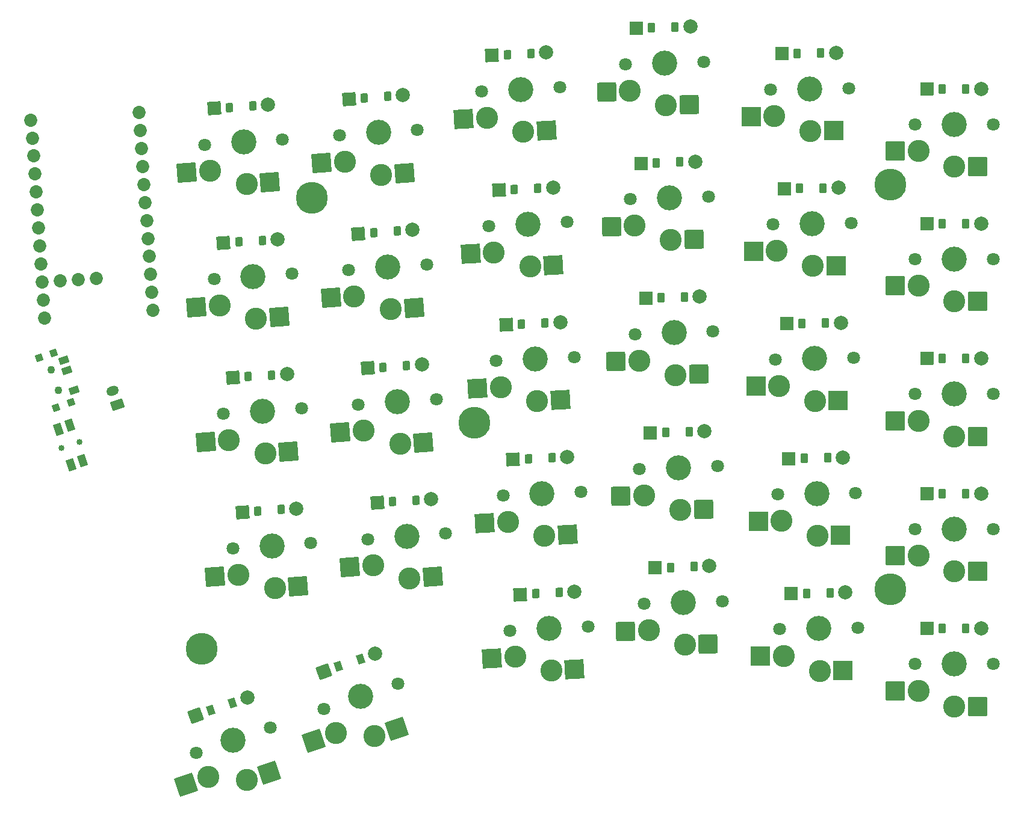
<source format=gbr>
%TF.GenerationSoftware,KiCad,Pcbnew,8.0.4*%
%TF.CreationDate,2024-08-23T21:58:39-04:00*%
%TF.ProjectId,right,72696768-742e-46b6-9963-61645f706362,v1.0.0*%
%TF.SameCoordinates,Original*%
%TF.FileFunction,Soldermask,Bot*%
%TF.FilePolarity,Negative*%
%FSLAX46Y46*%
G04 Gerber Fmt 4.6, Leading zero omitted, Abs format (unit mm)*
G04 Created by KiCad (PCBNEW 8.0.4) date 2024-08-23 21:58:39*
%MOMM*%
%LPD*%
G01*
G04 APERTURE LIST*
G04 Aperture macros list*
%AMRoundRect*
0 Rectangle with rounded corners*
0 $1 Rounding radius*
0 $2 $3 $4 $5 $6 $7 $8 $9 X,Y pos of 4 corners*
0 Add a 4 corners polygon primitive as box body*
4,1,4,$2,$3,$4,$5,$6,$7,$8,$9,$2,$3,0*
0 Add four circle primitives for the rounded corners*
1,1,$1+$1,$2,$3*
1,1,$1+$1,$4,$5*
1,1,$1+$1,$6,$7*
1,1,$1+$1,$8,$9*
0 Add four rect primitives between the rounded corners*
20,1,$1+$1,$2,$3,$4,$5,0*
20,1,$1+$1,$4,$5,$6,$7,0*
20,1,$1+$1,$6,$7,$8,$9,0*
20,1,$1+$1,$8,$9,$2,$3,0*%
%AMHorizOval*
0 Thick line with rounded ends*
0 $1 width*
0 $2 $3 position (X,Y) of the first rounded end (center of the circle)*
0 $4 $5 position (X,Y) of the second rounded end (center of the circle)*
0 Add line between two ends*
20,1,$1,$2,$3,$4,$5,0*
0 Add two circle primitives to create the rounded ends*
1,1,$1,$2,$3*
1,1,$1,$4,$5*%
G04 Aperture macros list end*
%ADD10RoundRect,0.050000X0.571989X-0.278978X0.278978X0.571989X-0.571989X0.278978X-0.278978X-0.571989X0*%
%ADD11C,1.100000*%
%ADD12RoundRect,0.050000X0.737455X-0.222003X0.444443X0.628963X-0.737455X0.222003X-0.444443X-0.628963X0*%
%ADD13C,1.852600*%
%ADD14C,1.801800*%
%ADD15C,3.100000*%
%ADD16C,3.529000*%
%ADD17RoundRect,0.050000X1.253839X1.344577X-1.344577X1.253839X-1.253839X-1.344577X1.344577X-1.253839X0*%
%ADD18RoundRect,0.050000X-0.873349X-0.904380X0.904380X-0.873349X0.873349X0.904380X-0.904380X0.873349X0*%
%ADD19RoundRect,0.050000X-0.439460X-0.607762X0.460403X-0.592055X0.439460X0.607762X-0.460403X0.592055X0*%
%ADD20C,2.005000*%
%ADD21RoundRect,0.050000X-0.841255X-0.934308X0.934308X-0.841255X0.841255X0.934308X-0.934308X0.841255X0*%
%ADD22RoundRect,0.050000X-0.417982X-0.622729X0.480785X-0.575627X0.417982X0.622729X-0.480785X0.575627X0*%
%ADD23C,0.800000*%
%ADD24C,4.500000*%
%ADD25RoundRect,0.050000X-0.824821X-0.948848X0.948848X-0.824821X0.824821X0.948848X-0.948848X0.824821X0*%
%ADD26RoundRect,0.050000X-0.407050X-0.629929X0.490758X-0.567148X0.407050X0.629929X-0.490758X0.567148X0*%
%ADD27RoundRect,0.050000X1.206150X1.387517X-1.387517X1.206150X-1.206150X-1.387517X1.387517X-1.206150X0*%
%ADD28RoundRect,0.050000X1.230182X1.366255X-1.366255X1.230182X-1.230182X-1.366255X1.366255X-1.230182X0*%
%ADD29RoundRect,0.050000X-0.889000X-0.889000X0.889000X-0.889000X0.889000X0.889000X-0.889000X0.889000X0*%
%ADD30RoundRect,0.050000X-0.450000X-0.600000X0.450000X-0.600000X0.450000X0.600000X-0.450000X0.600000X0*%
%ADD31RoundRect,0.050000X-0.857433X-0.919484X0.919484X-0.857433X0.857433X0.919484X-0.919484X0.857433X0*%
%ADD32RoundRect,0.050000X-0.428786X-0.615339X0.470666X-0.583930X0.428786X0.615339X-0.470666X0.583930X0*%
%ADD33RoundRect,0.050000X-0.551136X-1.129996X1.129996X-0.551136X0.551136X1.129996X-1.129996X0.551136X0*%
%ADD34RoundRect,0.050000X-0.230142X-0.713817X0.620824X-0.420805X0.230142X0.713817X-0.620824X0.420805X0*%
%ADD35RoundRect,0.050000X1.300000X1.300000X-1.300000X1.300000X-1.300000X-1.300000X1.300000X-1.300000X0*%
%ADD36RoundRect,0.050000X0.805936X1.652413X-1.652413X0.805936X-0.805936X-1.652413X1.652413X-0.805936X0*%
%ADD37RoundRect,0.050000X1.277114X1.322490X-1.322490X1.277114X-1.277114X-1.322490X1.322490X-1.277114X0*%
%ADD38C,0.850000*%
%ADD39RoundRect,0.050000X0.725075X-0.569993X0.220444X0.895561X-0.725075X0.569993X-0.220444X-0.895561X0*%
%ADD40RoundRect,0.050000X0.999032X-0.290578X0.608350X0.844044X-0.999032X0.290578X-0.608350X-0.844044X0*%
%ADD41HorizOval,1.300000X0.236380X0.081392X-0.236380X-0.081392X0*%
G04 APERTURE END LIST*
D10*
%TO.C,T1*%
X223529671Y-163874580D03*
X225609812Y-163158330D03*
D11*
X223853491Y-161436314D03*
X222876787Y-158599758D03*
D10*
X221120466Y-156877742D03*
X223200607Y-156161492D03*
D12*
X226059618Y-161469899D03*
X225082914Y-158633343D03*
X224594562Y-157215065D03*
%TD*%
D13*
%TO.C,MCU1*%
X220009645Y-123400285D03*
X220186826Y-125934097D03*
X220364008Y-128467910D03*
X220541189Y-131001723D03*
X220718371Y-133535535D03*
X220895552Y-136069348D03*
X221072734Y-138603161D03*
X221249915Y-141136973D03*
X221427097Y-143670786D03*
X221604278Y-146204599D03*
X221781459Y-148738411D03*
X221958641Y-151272224D03*
X237161517Y-150209135D03*
X236984336Y-147675323D03*
X236807154Y-145141510D03*
X236629973Y-142607697D03*
X236452791Y-140073885D03*
X236275610Y-137540072D03*
X236098428Y-135006259D03*
X235921247Y-132472447D03*
X235744065Y-129938634D03*
X235566884Y-127404821D03*
X235389703Y-124871009D03*
X235212521Y-122337196D03*
X224138091Y-146027417D03*
X226671903Y-145850236D03*
X229205716Y-145673054D03*
%TD*%
D14*
%TO.C,S13*%
X315939820Y-153163407D03*
D15*
X310650822Y-159301729D03*
D16*
X310443170Y-153355354D03*
D15*
X305577089Y-157277567D03*
D14*
X304946520Y-153547301D03*
D17*
X313923827Y-159187434D03*
X302304084Y-157391863D03*
%TD*%
D18*
%TO.C,D10*%
X325613202Y-114078831D03*
D19*
X327772873Y-114041133D03*
X331072371Y-113983541D03*
D20*
X333232042Y-113945843D03*
%TD*%
D21*
%TO.C,D16*%
X288819165Y-190199720D03*
D22*
X290976205Y-190086674D03*
X294271683Y-189913966D03*
D20*
X296428723Y-189800920D03*
%TD*%
D23*
%TO.C,_3*%
X280706308Y-166091274D03*
X281127858Y-164900855D03*
X281249982Y-167231109D03*
X282267693Y-164357181D03*
D24*
X282354047Y-166004920D03*
D23*
X282440401Y-167652659D03*
X283458112Y-164778731D03*
X283580236Y-167108985D03*
X284001786Y-165918566D03*
%TD*%
D25*
%TO.C,D21*%
X268698468Y-177305233D03*
D26*
X270853206Y-177154559D03*
X274145168Y-176924363D03*
D20*
X276299906Y-176773689D03*
%TD*%
D25*
%TO.C,D25*%
X249744751Y-178630606D03*
D26*
X251899489Y-178479932D03*
X255191451Y-178249736D03*
D20*
X257346189Y-178099062D03*
%TD*%
D21*
%TO.C,D17*%
X287824782Y-171225759D03*
D22*
X289981822Y-171112713D03*
X293277300Y-170940005D03*
D20*
X295434340Y-170826959D03*
%TD*%
D18*
%TO.C,D6*%
X326939585Y-190067256D03*
D19*
X329099256Y-190029558D03*
X332398754Y-189971966D03*
D20*
X334558425Y-189934268D03*
%TD*%
D14*
%TO.C,S23*%
X275683825Y-143736187D03*
D15*
X270612274Y-150055354D03*
D16*
X270197223Y-144119848D03*
D15*
X265470990Y-148209496D03*
D14*
X264710621Y-144503509D03*
D27*
X273879296Y-149826902D03*
X262203967Y-148437948D03*
%TD*%
D14*
%TO.C,S19*%
X295394936Y-137783736D03*
D15*
X290213873Y-144013430D03*
D16*
X289902474Y-138071584D03*
D15*
X285105586Y-142078125D03*
D14*
X284410012Y-138359432D03*
D28*
X293484385Y-143842029D03*
X281835074Y-142249525D03*
%TD*%
D29*
%TO.C,D4*%
X346026267Y-138000000D03*
D30*
X348186267Y-138000000D03*
X351486267Y-138000000D03*
D20*
X353646267Y-138000000D03*
%TD*%
D31*
%TO.C,D15*%
X305134813Y-110514515D03*
D32*
X307293497Y-110439132D03*
X310591487Y-110323964D03*
D20*
X312750171Y-110248581D03*
%TD*%
D33*
%TO.C,D29*%
X261171833Y-201044565D03*
D34*
X263214153Y-200341337D03*
X266334365Y-199266963D03*
D20*
X268376685Y-198563735D03*
%TD*%
D23*
%TO.C,_2*%
X339186267Y-189500000D03*
X339669541Y-188333274D03*
X339669541Y-190666726D03*
X340836267Y-187850000D03*
D24*
X340836267Y-189500000D03*
D23*
X340836267Y-191150000D03*
X342002993Y-188333274D03*
X342002993Y-190666726D03*
X342486267Y-189500000D03*
%TD*%
D14*
%TO.C,S3*%
X355336267Y-162000000D03*
D15*
X349836267Y-167950000D03*
D16*
X349836267Y-162000000D03*
D15*
X344836267Y-165750000D03*
D14*
X344336267Y-162000000D03*
D35*
X353111267Y-167950000D03*
X341561267Y-165750000D03*
%TD*%
D33*
%TO.C,D30*%
X243206980Y-207230360D03*
D34*
X245249300Y-206527132D03*
X248369512Y-205452758D03*
D20*
X250411832Y-204749530D03*
%TD*%
D14*
%TO.C,S29*%
X271602451Y-202741118D03*
D15*
X268339230Y-210157579D03*
D16*
X266402099Y-204531743D03*
D15*
X262895387Y-209705278D03*
D14*
X261201747Y-206322368D03*
D36*
X271435803Y-209091343D03*
X259798813Y-210771514D03*
%TD*%
D14*
%TO.C,S10*%
X335009046Y-118915587D03*
D15*
X329613726Y-124960669D03*
D16*
X329509884Y-119011575D03*
D15*
X324576092Y-122848266D03*
D14*
X324010722Y-119107563D03*
D37*
X332888227Y-124903512D03*
X321301591Y-122905423D03*
%TD*%
D14*
%TO.C,S1*%
X355336267Y-200000000D03*
D15*
X349836267Y-205950000D03*
D16*
X349836267Y-200000000D03*
D15*
X344836267Y-203750000D03*
D14*
X344336267Y-200000000D03*
D35*
X353111267Y-205950000D03*
X341561267Y-203750000D03*
%TD*%
D14*
%TO.C,S28*%
X255404735Y-126107843D03*
D15*
X250333184Y-132427010D03*
D16*
X249918133Y-126491504D03*
D15*
X245191900Y-130581152D03*
D14*
X244431531Y-126875165D03*
D27*
X253600206Y-132198558D03*
X241924877Y-130809604D03*
%TD*%
D21*
%TO.C,D20*%
X284841632Y-114303875D03*
D22*
X286998672Y-114190829D03*
X290294150Y-114018121D03*
D20*
X292451190Y-113905075D03*
%TD*%
D21*
%TO.C,D18*%
X286830399Y-152251798D03*
D22*
X288987439Y-152138752D03*
X292282917Y-151966044D03*
D20*
X294439957Y-151852998D03*
%TD*%
D25*
%TO.C,D27*%
X247094005Y-140723172D03*
D26*
X249248743Y-140572498D03*
X252540705Y-140342302D03*
D20*
X254695443Y-140191628D03*
%TD*%
D25*
%TO.C,D24*%
X264722349Y-120444082D03*
D26*
X266877087Y-120293408D03*
X270169049Y-120063212D03*
D20*
X272323787Y-119912538D03*
%TD*%
D23*
%TO.C,_1*%
X339186267Y-132500000D03*
X339669541Y-131333274D03*
X339669541Y-133666726D03*
X340836267Y-130850000D03*
D24*
X340836267Y-132500000D03*
D23*
X340836267Y-134150000D03*
X342002993Y-131333274D03*
X342002993Y-133666726D03*
X342486267Y-132500000D03*
%TD*%
D31*
%TO.C,D11*%
X307787175Y-186468218D03*
D32*
X309945859Y-186392835D03*
X313243849Y-186277667D03*
D20*
X315402533Y-186202284D03*
%TD*%
D31*
%TO.C,D14*%
X305797903Y-129502941D03*
D32*
X307956587Y-129427558D03*
X311254577Y-129312390D03*
D20*
X313413261Y-129237007D03*
%TD*%
D23*
%TO.C,_5*%
X242449414Y-198395672D03*
X242526510Y-197135173D03*
X243286208Y-199341495D03*
X244546707Y-199418591D03*
D24*
X244009520Y-197858485D03*
D23*
X243472333Y-196298379D03*
X244732832Y-196375475D03*
X245492530Y-198581797D03*
X245569626Y-197321298D03*
%TD*%
D14*
%TO.C,S17*%
X297383703Y-175731659D03*
D15*
X292202640Y-181961353D03*
D16*
X291891241Y-176019507D03*
D15*
X287094353Y-180026048D03*
D14*
X286398779Y-176307355D03*
D28*
X295473152Y-181789952D03*
X283823841Y-180197448D03*
%TD*%
D14*
%TO.C,S22*%
X277009198Y-162689904D03*
D15*
X271937647Y-169009071D03*
D16*
X271522596Y-163073565D03*
D15*
X266796363Y-167163213D03*
D14*
X266035994Y-163457226D03*
D27*
X275204669Y-168780619D03*
X263529340Y-167391665D03*
%TD*%
D18*
%TO.C,D8*%
X326276393Y-152073043D03*
D19*
X328436064Y-152035345D03*
X331735562Y-151977753D03*
D20*
X333895233Y-151940055D03*
%TD*%
D29*
%TO.C,D5*%
X346026267Y-119000000D03*
D30*
X348186267Y-119000000D03*
X351486267Y-119000000D03*
D20*
X353646267Y-119000000D03*
%TD*%
D29*
%TO.C,D1*%
X346026267Y-195000000D03*
D30*
X348186267Y-195000000D03*
X351486267Y-195000000D03*
D20*
X353646267Y-195000000D03*
%TD*%
D14*
%TO.C,S7*%
X336003833Y-175906906D03*
D15*
X330608513Y-181951988D03*
D16*
X330504671Y-176002894D03*
D15*
X325570879Y-179839585D03*
D14*
X325005509Y-176098882D03*
D37*
X333883014Y-181894831D03*
X322296378Y-179896742D03*
%TD*%
D14*
%TO.C,S30*%
X253637598Y-208926912D03*
D15*
X250374377Y-216343373D03*
D16*
X248437246Y-210717537D03*
D15*
X244930534Y-215891072D03*
D14*
X243236894Y-212508162D03*
D36*
X253470950Y-215277137D03*
X241833960Y-216957308D03*
%TD*%
D14*
%TO.C,S4*%
X355336267Y-143000000D03*
D15*
X349836267Y-148950000D03*
D16*
X349836267Y-143000000D03*
D15*
X344836267Y-146750000D03*
D14*
X344336267Y-143000000D03*
D35*
X353111267Y-148950000D03*
X341561267Y-146750000D03*
%TD*%
D14*
%TO.C,S24*%
X274358452Y-124782470D03*
D15*
X269286901Y-131101637D03*
D16*
X268871850Y-125166131D03*
D15*
X264145617Y-129255779D03*
D14*
X263385248Y-125549792D03*
D27*
X272553923Y-130873185D03*
X260878594Y-129484231D03*
%TD*%
D14*
%TO.C,S21*%
X278334571Y-181643621D03*
D15*
X273263020Y-187962788D03*
D16*
X272847969Y-182027282D03*
D15*
X268121736Y-186116930D03*
D14*
X267361367Y-182410943D03*
D27*
X276530042Y-187734336D03*
X264854713Y-186345382D03*
%TD*%
D18*
%TO.C,D7*%
X326607989Y-171070149D03*
D19*
X328767660Y-171032451D03*
X332067158Y-170974859D03*
D20*
X334226829Y-170937161D03*
%TD*%
D29*
%TO.C,D2*%
X346026267Y-176000000D03*
D30*
X348186267Y-176000000D03*
X351486267Y-176000000D03*
D20*
X353646267Y-176000000D03*
%TD*%
D38*
%TO.C,B1*%
X224258147Y-169599302D03*
X226858323Y-168703990D03*
D39*
X225609161Y-171910365D03*
X223899928Y-166946393D03*
X227216542Y-171356899D03*
X225507309Y-166392927D03*
%TD*%
D14*
%TO.C,S2*%
X355336267Y-181000000D03*
D15*
X349836267Y-186950000D03*
D16*
X349836267Y-181000000D03*
D15*
X344836267Y-184750000D03*
D14*
X344336267Y-181000000D03*
D35*
X353111267Y-186950000D03*
X341561267Y-184750000D03*
%TD*%
D14*
%TO.C,S9*%
X335340642Y-137912693D03*
D15*
X329945322Y-143957775D03*
D16*
X329841480Y-138008681D03*
D15*
X324907688Y-141845372D03*
D14*
X324342318Y-138104669D03*
D37*
X333219823Y-143900618D03*
X321633187Y-141902529D03*
%TD*%
D23*
%TO.C,_4*%
X257843159Y-134458088D03*
X258243869Y-133260493D03*
X258406643Y-135588261D03*
X259374042Y-132697009D03*
D24*
X259489140Y-134342990D03*
D23*
X259604238Y-135988971D03*
X260571637Y-133097719D03*
X260734411Y-135425487D03*
X261135121Y-134227892D03*
%TD*%
D14*
%TO.C,S15*%
X314613639Y-115186555D03*
D15*
X309324641Y-121324877D03*
D16*
X309116989Y-115378502D03*
D15*
X304250908Y-119300715D03*
D14*
X303620339Y-115570449D03*
D17*
X312597646Y-121210582D03*
X300977903Y-119415011D03*
%TD*%
D14*
%TO.C,S27*%
X256730108Y-145061560D03*
D15*
X251658557Y-151380727D03*
D16*
X251243506Y-145445221D03*
D15*
X246517273Y-149534869D03*
D14*
X245756904Y-145828882D03*
D27*
X254925579Y-151152275D03*
X243250250Y-149763321D03*
%TD*%
D14*
%TO.C,S16*%
X298378086Y-194705620D03*
D15*
X293197023Y-200935314D03*
D16*
X292885624Y-194993468D03*
D15*
X288088736Y-199000009D03*
D14*
X287393162Y-195281316D03*
D28*
X296467535Y-200763913D03*
X284818224Y-199171409D03*
%TD*%
D40*
%TO.C,JST1*%
X232158839Y-163441609D03*
D41*
X231507703Y-161550571D03*
%TD*%
D14*
%TO.C,S8*%
X335672237Y-156909800D03*
D15*
X330276917Y-162954882D03*
D16*
X330173075Y-157005788D03*
D15*
X325239283Y-160842479D03*
D14*
X324673913Y-157101776D03*
D37*
X333551418Y-162897725D03*
X321964782Y-160899636D03*
%TD*%
D31*
%TO.C,D12*%
X307124084Y-167479792D03*
D32*
X309282768Y-167404409D03*
X312580758Y-167289241D03*
D20*
X314739442Y-167213858D03*
%TD*%
D14*
%TO.C,S18*%
X296389319Y-156757697D03*
D15*
X291208256Y-162987391D03*
D16*
X290896857Y-157045545D03*
D15*
X286099969Y-161052086D03*
D14*
X285404395Y-157333393D03*
D28*
X294478768Y-162815990D03*
X282829457Y-161223486D03*
%TD*%
D14*
%TO.C,S14*%
X315276730Y-134174981D03*
D15*
X309987732Y-140313303D03*
D16*
X309780080Y-134366928D03*
D15*
X304913999Y-138289141D03*
D14*
X304283430Y-134558875D03*
D17*
X313260737Y-140199008D03*
X301640994Y-138403437D03*
%TD*%
D25*
%TO.C,D26*%
X248419378Y-159676889D03*
D26*
X250574116Y-159526215D03*
X253866078Y-159296019D03*
D20*
X256020816Y-159145345D03*
%TD*%
D29*
%TO.C,D3*%
X346026267Y-157000000D03*
D30*
X348186267Y-157000000D03*
X351486267Y-157000000D03*
D20*
X353646267Y-157000000D03*
%TD*%
D14*
%TO.C,S11*%
X317266001Y-191140258D03*
D15*
X311977003Y-197278580D03*
D16*
X311769351Y-191332205D03*
D15*
X306903270Y-195254418D03*
D14*
X306272701Y-191524152D03*
D17*
X315250008Y-197164285D03*
X303630265Y-195368714D03*
%TD*%
D14*
%TO.C,S20*%
X294400553Y-118809775D03*
D15*
X289219490Y-125039469D03*
D16*
X288908091Y-119097623D03*
D15*
X284111203Y-123104164D03*
D14*
X283415629Y-119385471D03*
D28*
X292490002Y-124868068D03*
X280840691Y-123275564D03*
%TD*%
D14*
%TO.C,S6*%
X336335429Y-194904012D03*
D15*
X330940109Y-200949094D03*
D16*
X330836267Y-195000000D03*
D15*
X325902475Y-198836691D03*
D14*
X325337105Y-195095988D03*
D37*
X334214610Y-200891937D03*
X322627974Y-198893848D03*
%TD*%
D14*
%TO.C,S12*%
X316602911Y-172151832D03*
D15*
X311313913Y-178290154D03*
D16*
X311106261Y-172343779D03*
D15*
X306240180Y-176265992D03*
D14*
X305609611Y-172535726D03*
D17*
X314586918Y-178175859D03*
X302967175Y-176380288D03*
%TD*%
D31*
%TO.C,D13*%
X306460994Y-148491366D03*
D32*
X308619678Y-148415983D03*
X311917668Y-148300815D03*
D20*
X314076352Y-148225432D03*
%TD*%
D25*
%TO.C,D22*%
X267373095Y-158351516D03*
D26*
X269527833Y-158200842D03*
X272819795Y-157970646D03*
D20*
X274974533Y-157819972D03*
%TD*%
D25*
%TO.C,D28*%
X245768632Y-121769455D03*
D26*
X247923370Y-121618781D03*
X251215332Y-121388585D03*
D20*
X253370070Y-121237911D03*
%TD*%
D14*
%TO.C,S26*%
X258055481Y-164015277D03*
D15*
X252983930Y-170334444D03*
D16*
X252568879Y-164398938D03*
D15*
X247842646Y-168488586D03*
D14*
X247082277Y-164782599D03*
D27*
X256250952Y-170105992D03*
X244575623Y-168717038D03*
%TD*%
D14*
%TO.C,S5*%
X355336267Y-124000000D03*
D15*
X349836267Y-129950000D03*
D16*
X349836267Y-124000000D03*
D15*
X344836267Y-127750000D03*
D14*
X344336267Y-124000000D03*
D35*
X353111267Y-129950000D03*
X341561267Y-127750000D03*
%TD*%
D18*
%TO.C,D9*%
X325944798Y-133075937D03*
D19*
X328104469Y-133038239D03*
X331403967Y-132980647D03*
D20*
X333563638Y-132942949D03*
%TD*%
D14*
%TO.C,S25*%
X259380854Y-182968994D03*
D15*
X254309303Y-189288161D03*
D16*
X253894252Y-183352655D03*
D15*
X249168019Y-187442303D03*
D14*
X248407650Y-183736316D03*
D27*
X257576325Y-189059709D03*
X245900996Y-187670755D03*
%TD*%
D25*
%TO.C,D23*%
X266047722Y-139397799D03*
D26*
X268202460Y-139247125D03*
X271494422Y-139016929D03*
D20*
X273649160Y-138866255D03*
%TD*%
D21*
%TO.C,D19*%
X285836015Y-133277837D03*
D22*
X287993055Y-133164791D03*
X291288533Y-132992083D03*
D20*
X293445573Y-132879037D03*
%TD*%
M02*

</source>
